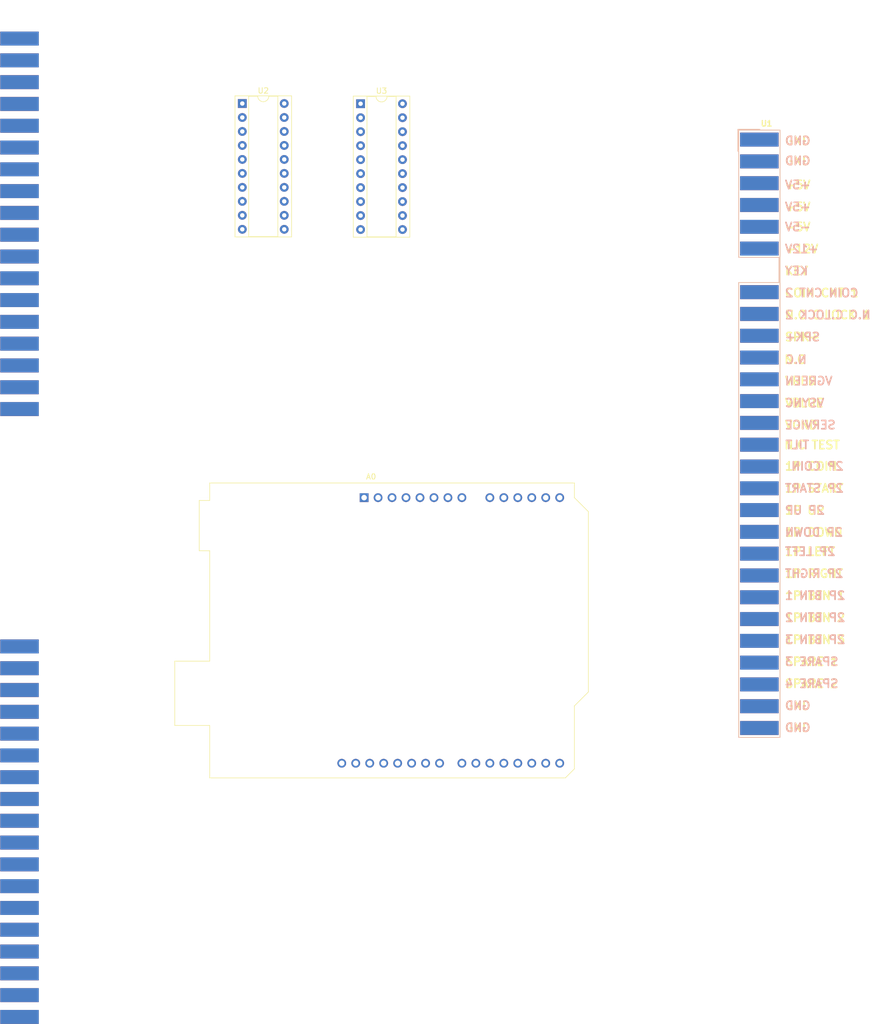
<source format=kicad_pcb>
(kicad_pcb (version 20240108) (generator "pcbnew") (generator_version "8.0")
  (title_block (title "Tehkan World Cup Joystick Adapter") (company "JOTEGO"))
  (layers (0 "F.Cu" signal) (31 "B.Cu" signal) (34 "B.Paste" user) (35 "F.Paste" user) (36 "B.SilkS" user "B.Silkscreen") (37 "F.SilkS" user "F.Silkscreen") (38 "B.Mask" user) (39 "F.Mask" user) (44 "Edge.Cuts" user))
  (net 0 "")
  (net 3 "/CLK1")
  (net 7 "/XCLK")
  (net 8 "/YDIR")
  (net 9 "/~{2PL}")
  (net 12 "/~{2PD}")
  (net 13 "/~{1PU}")
  (net 14 "/CLK2")
  (net 15 "/YCLK")
  (net 16 "/XDIR")
  (net 17 "/GND")
  (net 18 "/~{2PR}")
  (net 19 "/~{1PD}")
  (net 22 "/~{2PU}")
  (net 23 "/~{1PR}")
  (net 28 "/~{1PL}")
  (net 29 "/GREEN")
  (net 32 "/~{P2B1}")
  (net 35 "/SYNC")
  (net 46 "/P2YCLK")
  (net 47 "/P2XCLK")
  (net 49 "/BLUE")
  (net 52 "/P2XDIR")
  (net 54 "/P2YDIR")
  (net 55 "/RED")
  (net 59 "VCC")
  (net 61 "/P1YCLK")
  (net 62 "/P1XCLK")
  (net 63 "/P1YDIR")
  (net 64 "/~{1P}")
  (net 68 "/~{COIN1}")
  (net 70 "/SPK+")
  (net 71 "/+12V")
  (net 72 "/SPK-")
  (net 74 "/P1XDIR")
  (net 78 "/~{P1B1}")
  (net 79 "/~{COIN2}")
  (net 85 "/~{2P}")
  (footprint "arcade:JAMMA MALE" (layer "F.Cu") (at 257.05 125.01)
    (property "Reference" "U1" (at 1.25 -53.1 360) (layer "F.SilkS") (effects (font (thickness 0.25))))
    (property "Value" "JAMMA_MALE" (hide yes))
    (fp_line (start -3.95 -52.06) (end -3.95 -48.06) (stroke (width 0.12)) (layer "B.SilkS"))
    (fp_line (start -3.95 -52.06) (end 0.05 -52.06) (stroke (width 0.12)) (layer "B.SilkS"))
    (fp_line (start -3.82 -51.92) (end -3.81 -28.79) (stroke (width 0.12)) (layer "B.SilkS"))
    (fp_line (start -3.82 -24.21) (end -3.82 58.44) (stroke (width 0.12)) (layer "B.SilkS"))
    (fp_line (start -3.82 58.44) (end 3.7 58.44) (stroke (width 0.12)) (layer "B.SilkS"))
    (fp_line (start 3.51 -28.79) (end -3.81 -28.79) (stroke (width 0.12)) (layer "B.SilkS"))
    (fp_line (start 3.51 -28.79) (end 3.51 -24.21) (stroke (width 0.12)) (layer "B.SilkS"))
    (fp_line (start 3.51 -24.21) (end -3.82 -24.21) (stroke (width 0.12)) (layer "B.SilkS"))
    (fp_line (start 3.7 -51.92) (end -3.82 -51.92) (stroke (width 0.12)) (layer "B.SilkS"))
    (fp_line (start 3.7 58.44) (end 3.7 -51.92) (stroke (width 0.12)) (layer "B.SilkS"))
    (fp_line (start -3.95 -52.06) (end -3.95 -48.06) (stroke (width 0.12)) (layer "F.SilkS"))
    (fp_line (start -3.95 -52.06) (end 0.05 -52.06) (stroke (width 0.12)) (layer "F.SilkS"))
    (fp_line (start -3.82 -51.92) (end -3.81 -28.79) (stroke (width 0.12)) (layer "F.SilkS"))
    (fp_line (start -3.82 -24.21) (end -3.82 58.44) (stroke (width 0.12)) (layer "F.SilkS"))
    (fp_line (start -3.82 58.44) (end -3.82 -24.21) (stroke (width 0.12)) (layer "F.SilkS"))
    (fp_line (start -3.82 58.44) (end 3.7 58.44) (stroke (width 0.12)) (layer "F.SilkS"))
    (fp_line (start 3.51 -28.79) (end -3.81 -28.79) (stroke (width 0.12)) (layer "F.SilkS"))
    (fp_line (start 3.51 -28.79) (end 3.51 -24.21) (stroke (width 0.12)) (layer "F.SilkS"))
    (fp_line (start 3.51 -24.21) (end -3.82 -24.21) (stroke (width 0.12)) (layer "F.SilkS"))
    (fp_line (start 3.7 -51.92) (end -3.82 -51.92) (stroke (width 0.12)) (layer "F.SilkS"))
    (fp_line (start 3.7 58.44) (end 3.7 -51.92) (stroke (width 0.12)) (layer "F.SilkS"))
    (fp_text user "2P START" (at 9.919999 13.17 360) (layer "B.SilkS") (effects (font (size 1.5 1.5) (thickness 0.3)) (justify mirror)))
    (fp_text user "2P LEFT" (at 9.17 24.67 360) (layer "B.SilkS") (effects (font (size 1.5 1.5) (thickness 0.3)) (justify mirror)))
    (fp_text user "GND" (at 6.92 -46.33 360) (layer "B.SilkS") (effects (font (size 1.5 1.5) (thickness 0.3)) (justify mirror)))
    (fp_text user "2P RIGHT" (at 9.884286 28.67 360) (layer "B.SilkS") (effects (font (size 1.5 1.5) (thickness 0.3)) (justify mirror)))
    (fp_text user "N.C" (at 8.720001 -9.33 0) (layer "B.SilkS") (effects (font (size 1.5 1.5) (thickness 0.3) (bold yes)) (justify left bottom mirror)))
    (fp_text user "+5V" (at 6.92 -41.97 360) (layer "B.SilkS") (effects (font (size 1.5 1.5) (thickness 0.3)) (justify mirror)))
    (fp_text user "+5V" (at 6.92 -37.97 360) (layer "B.SilkS") (effects (font (size 1.5 1.5) (thickness 0.3)) (justify mirror)))
    (fp_text user "TILT" (at 9.148572 6.16 0) (layer "B.SilkS") (effects (font (size 1.5 1.5) (thickness 0.3) (bold yes)) (justify left bottom mirror)))
    (fp_text user "SPARE 3" (at 9.455714 44.67 360) (layer "B.SilkS") (effects (font (size 1.5 1.5) (thickness 0.3)) (justify mirror)))
    (fp_text user "VGREEN" (at 8.92 -6.33 360) (layer "B.SilkS") (effects (font (size 1.5 1.5) (thickness 0.3)) (justify mirror)))
    (fp_text user "GND" (at 6.92 52.67 360) (layer "B.SilkS") (effects (font (size 1.5 1.5) (thickness 0.3)) (justify mirror)))
    (fp_text user "2P DOWN" (at 9.848572 21.17 360) (layer "B.SilkS") (effects (font (size 1.5 1.5) (thickness 0.3)) (justify mirror)))
    (fp_text user "2P UP" (at 8.205714 17.17 360) (layer "B.SilkS") (effects (font (size 1.5 1.5) (thickness 0.3)) (justify mirror)))
    (fp_text user "2P COIN " (at 9.92 9.17 360) (layer "B.SilkS") (effects (font (size 1.5 1.5) (thickness 0.3)) (justify mirror)))
    (fp_text user "2P BTN 1" (at 10.062857 32.67 360) (layer "B.SilkS") (effects (font (size 1.5 1.5) (thickness 0.3)) (justify mirror)))
    (fp_text user "-5V" (at 6.92 -34.33 360) (layer "B.SilkS") (effects (font (size 1.5 1.5) (thickness 0.3)) (justify mirror)))
    (fp_text user "COIN CNT 2" (at 11.277143 -22.33 360) (layer "B.SilkS") (effects (font (size 1.5 1.5) (thickness 0.3)) (justify mirror)))
    (fp_text user "2P BTN 2" (at 10.062857 36.67 360) (layer "B.SilkS") (effects (font (size 1.5 1.5) (thickness 0.3)) (justify mirror)))
    (fp_text user "SERVICE" (at 9.205714 1.67 360) (layer "B.SilkS") (effects (font (size 1.5 1.5) (thickness 0.3)) (justify mirror)))
    (fp_text user "KEY" (at 6.705714 -26.33 360) (layer "B.SilkS") (effects (font (size 1.5 1.5) (thickness 0.3)) (justify mirror)))
    (fp_text user "SPARE 4" (at 9.455714 48.67 360) (layer "B.SilkS") (effects (font (size 1.5 1.5) (thickness 0.3)) (justify mirror)))
    (fp_text user "GND" (at 6.92 -49.97 360) (layer "B.SilkS") (effects (font (size 1.5 1.5) (thickness 0.3)) (justify mirror)))
    (fp_text user "2P BTN 3" (at 10.062857 40.67 360) (layer "B.SilkS") (effects (font (size 1.5 1.5) (thickness 0.3)) (justify mirror)))
    (fp_text user "VSYNC" (at 8.17 -2.33 360) (layer "B.SilkS") (effects (font (size 1.5 1.5) (thickness 0.3)) (justify mirror)))
    (fp_text user "SPK+" (at 7.777143 -14.33 360) (layer "B.SilkS") (effects (font (size 1.5 1.5) (thickness 0.3)) (justify mirror)))
    (fp_text user "+12V" (at 7.634285 -30.33 360) (layer "B.SilkS") (effects (font (size 1.5 1.5) (thickness 0.3)) (justify mirror)))
    (fp_text user "N.C C.LOCK 2" (at 12.384286 -18.33 360) (layer "B.SilkS") (effects (font (size 1.5 1.5) (thickness 0.3)) (justify mirror)))
    (fp_text user "GND" (at 6.92 56.67 360) (layer "B.SilkS") (effects (font (size 1.5 1.5) (thickness 0.3)) (justify mirror)))
    (fp_text user "1P LEFT" (at 9.17 24.67 360) (layer "F.SilkS") (effects (font (size 1.5 1.5) (thickness 0.3))))
    (fp_text user "N.C TEST" (at 4.334286 6.17 0) (layer "F.SilkS") (effects (font (size 1.5 1.5) (thickness 0.3) (bold yes)) (justify left bottom)))
    (fp_text user "GND" (at 6.92 56.67 360) (layer "F.SilkS") (effects (font (size 1.5 1.5) (thickness 0.3))))
    (fp_text user "-5V" (at 6.92 -34.33 360) (layer "F.SilkS") (effects (font (size 1.5 1.5) (thickness 0.3))))
    (fp_text user "VRED" (at 7.455714 -6.33 360) (layer "F.SilkS") (effects (font (size 1.5 1.5) (thickness 0.3))))
    (fp_text user "KEY" (at 6.705714 -26.33 360) (layer "F.SilkS") (effects (font (size 1.5 1.5) (thickness 0.3))))
    (fp_text user "1P DOWN" (at 9.848572 21.17 360) (layer "F.SilkS") (effects (font (size 1.5 1.5) (thickness 0.3))))
    (fp_text user "N.C" (at 4.334286 -9.33 0) (layer "F.SilkS") (effects (font (size 1.5 1.5) (thickness 0.3) (bold yes)) (justify left bottom)))
    (fp_text user "SPARE 2" (at 9.455714 48.67 360) (layer "F.SilkS") (effects (font (size 1.5 1.5) (thickness 0.3))))
    (fp_text user "+12V" (at 7.634285 -30.33 360) (layer "F.SilkS") (effects (font (size 1.5 1.5) (thickness 0.3))))
    (fp_text user "VBLUE" (at 8.098572 -2.33 360) (layer "F.SilkS") (effects (font (size 1.5 1.5) (thickness 0.3))))
    (fp_text user "COIN CNT 1" (at 11.277143 -22.33 360) (layer "F.SilkS") (effects (font (size 1.5 1.5) (thickness 0.3))))
    (fp_text user "VGND" (at 7.562857 1.67 360) (layer "F.SilkS") (effects (font (size 1.5 1.5) (thickness 0.3))))
    (fp_text user "+5V" (at 6.92 -41.97 360) (layer "F.SilkS") (effects (font (size 1.5 1.5) (thickness 0.3))))
    (fp_text user "1P BTN 2" (at 10.062857 36.67 360) (layer "F.SilkS") (effects (font (size 1.5 1.5) (thickness 0.3))))
    (fp_text user "N.C C.LOCK 1" (at 12.384286 -18.33 360) (layer "F.SilkS") (effects (font (size 1.5 1.5) (thickness 0.3))))
    (fp_text user "SPARE 1" (at 9.455714 44.67 360) (layer "F.SilkS") (effects (font (size 1.5 1.5) (thickness 0.3))))
    (fp_text user "GND" (at 6.92 52.67 360) (layer "F.SilkS") (effects (font (size 1.5 1.5) (thickness 0.3))))
    (fp_text user "1P COIN " (at 9.92 9.17 360) (layer "F.SilkS") (effects (font (size 1.5 1.5) (thickness 0.3))))
    (fp_text user "GND" (at 6.92 -46.33 360) (layer "F.SilkS") (effects (font (size 1.5 1.5) (thickness 0.3))))
    (fp_text user "SPK+" (at 7.777143 -14.33 360) (layer "F.SilkS") (effects (font (size 1.5 1.5) (thickness 0.3))))
    (fp_text user "+5V" (at 6.92 -37.97 360) (layer "F.SilkS") (effects (font (size 1.5 1.5) (thickness 0.3))))
    (fp_text user "1P UP" (at 8.205714 17.17 360) (layer "F.SilkS") (effects (font (size 1.5 1.5) (thickness 0.3))))
    (fp_text user "1P BTN 1" (at 10.062857 32.67 360) (layer "F.SilkS") (effects (font (size 1.5 1.5) (thickness 0.3))))
    (fp_text user "GND" (at 6.92 -49.97 360) (layer "F.SilkS") (effects (font (size 1.5 1.5) (thickness 0.3) (bold yes))))
    (fp_text user "1P RIGHT" (at 9.884286 28.67 360) (layer "F.SilkS") (effects (font (size 1.5 1.5) (thickness 0.3))))
    (fp_text user "1P START" (at 9.919999 13.17 360) (layer "F.SilkS") (effects (font (size 1.5 1.5) (thickness 0.3))))
    (fp_text user "1P BTN 3" (at 10.062857 40.67 360) (layer "F.SilkS") (effects (font (size 1.5 1.5) (thickness 0.3))))
    (pad "1" connect rect (at -0.05 -50.19 90) (size 2.54 7) (layers "F.Cu" "F.Mask") (net 17 "/GND"))
    (pad "2" connect rect (at -0.05 -46.23 90) (size 2.54 7) (layers "F.Cu" "F.Mask") (net 17 "/GND"))
    (pad "3" connect rect (at -0.05 -42.27 90) (size 2.54 7) (layers "F.Cu" "F.Mask") (net 59 "VCC"))
    (pad "4" connect rect (at -0.05 -38.31 90) (size 2.54 7) (layers "F.Cu" "F.Mask") (net 59 "VCC"))
    (pad "5" connect rect (at -0.05 -34.35 90) (size 2.54 7) (layers "F.Cu" "F.Mask"))
    (pad "6" connect rect (at -0.05 -30.39 90) (size 2.54 7) (layers "F.Cu" "F.Mask") (net 71 "/+12V"))
    (pad "8" connect rect (at -0.05 -22.47 90) (size 2.54 7) (layers "F.Cu" "F.Mask"))
    (pad "9" connect rect (at -0.05 -18.51 90) (size 2.54 7) (layers "F.Cu" "F.Mask"))
    (pad "10" connect rect (at -0.05 -14.55 90) (size 2.54 7) (layers "F.Cu" "F.Mask") (net 70 "/SPK+"))
    (pad "11" connect rect (at -0.05 -10.59 90) (size 2.54 7) (layers "F.Cu" "F.Mask"))
    (pad "12" connect rect (at -0.05 -6.63 90) (size 2.54 7) (layers "F.Cu" "F.Mask") (net 55 "/RED"))
    (pad "13" connect rect (at -0.05 -2.67 90) (size 2.54 7) (layers "F.Cu" "F.Mask") (net 49 "/BLUE"))
    (pad "14" connect rect (at -0.05 1.29 90) (size 2.54 7) (layers "F.Cu" "F.Mask") (net 17 "/GND"))
    (pad "15" connect rect (at -0.05 5.25 90) (size 2.54 7) (layers "F.Cu" "F.Mask"))
    (pad "16" connect rect (at -0.05 9.21 90) (size 2.54 7) (layers "F.Cu" "F.Mask") (net 68 "/~{COIN1}"))
    (pad "17" connect rect (at -0.05 13.17 90) (size 2.54 7) (layers "F.Cu" "F.Mask") (net 64 "/~{1P}"))
    (pad "18" connect rect (at -0.05 17.13 90) (size 2.54 7) (layers "F.Cu" "F.Mask") (net 13 "/~{1PU}"))
    (pad "19" connect rect (at -0.05 21.09 90) (size 2.54 7) (layers "F.Cu" "F.Mask") (net 19 "/~{1PD}"))
    (pad "20" connect rect (at -0.05 25.05 90) (size 2.54 7) (layers "F.Cu" "F.Mask") (net 28 "/~{1PL}"))
    (pad "21" connect rect (at -0.05 29.01 90) (size 2.54 7) (layers "F.Cu" "F.Mask") (net 23 "/~{1PR}"))
    (pad "22" connect rect (at -0.05 32.97 90) (size 2.54 7) (layers "F.Cu" "F.Mask") (net 78 "/~{P1B1}"))
    (pad "23" connect rect (at -0.05 36.93 90) (size 2.54 7) (layers "F.Cu" "F.Mask"))
    (pad "24" connect rect (at -0.05 40.89 90) (size 2.54 7) (layers "F.Cu" "F.Mask"))
    (pad "25" connect rect (at -0.05 44.85 90) (size 2.54 7) (layers "F.Cu" "F.Mask"))
    (pad "26" connect rect (at -0.05 48.81 90) (size 2.54 7) (layers "F.Cu" "F.Mask"))
    (pad "27" connect rect (at -0.05 52.77 90) (size 2.54 7) (layers "F.Cu" "F.Mask") (net 17 "/GND"))
    (pad "28" connect rect (at -0.05 56.73 90) (size 2.54 7) (layers "F.Cu" "F.Mask") (net 17 "/GND"))
    (pad "A" connect rect (at -0.06 -50.19 90) (size 2.54 7) (layers "B.Cu" "B.Mask") (net 17 "/GND"))
    (pad "B" connect rect (at -0.06 -46.23 90) (size 2.54 7) (layers "B.Cu" "B.Mask") (net 17 "/GND"))
    (pad "C" connect rect (at -0.06 -42.27 90) (size 2.54 7) (layers "B.Cu" "B.Mask") (net 59 "VCC"))
    (pad "D" connect rect (at -0.06 -38.31 90) (size 2.54 7) (layers "B.Cu" "B.Mask") (net 59 "VCC"))
    (pad "E" connect rect (at -0.06 -34.35 90) (size 2.54 7) (layers "B.Cu" "B.Mask"))
    (pad "F" connect rect (at -0.06 -30.39 90) (size 2.54 7) (layers "B.Cu" "B.Mask") (net 71 "/+12V"))
    (pad "J" connect rect (at -0.05 -22.47 90) (size 2.54 7) (layers "B.Cu" "B.Mask"))
    (pad "K" connect rect (at -0.05 -18.51 90) (size 2.54 7) (layers "B.Cu" "B.Mask"))
    (pad "L" connect rect (at -0.05 -14.55 90) (size 2.54 7) (layers "B.Cu" "B.Mask") (net 72 "/SPK-"))
    (pad "M" connect rect (at -0.05 -10.59 90) (size 2.54 7) (layers "B.Cu" "B.Mask"))
    (pad "N" connect rect (at -0.05 -6.63 90) (size 2.54 7) (layers "B.Cu" "B.Mask") (net 29 "/GREEN"))
    (pad "P" connect rect (at -0.05 -2.67 90) (size 2.54 7) (layers "B.Cu" "B.Mask") (net 35 "/SYNC"))
    (pad "R" connect rect (at -0.05 1.29 90) (size 2.54 7) (layers "B.Cu" "B.Mask"))
    (pad "S" connect rect (at -0.05 5.25 90) (size 2.54 7) (layers "B.Cu" "B.Mask"))
    (pad "T" connect rect (at -0.05 9.21 90) (size 2.54 7) (layers "B.Cu" "B.Mask") (net 79 "/~{COIN2}"))
    (pad "U" connect rect (at -0.05 13.17 90) (size 2.54 7) (layers "B.Cu" "B.Mask") (net 85 "/~{2P}"))
    (pad "V" connect rect (at -0.05 17.13 90) (size 2.54 7) (layers "B.Cu" "B.Mask") (net 22 "/~{2PU}"))
    (pad "W" connect rect (at -0.05 21.09 90) (size 2.54 7) (layers "B.Cu" "B.Mask") (net 12 "/~{2PD}"))
    (pad "X" connect rect (at -0.05 25.05 90) (size 2.54 7) (layers "B.Cu" "B.Mask") (net 9 "/~{2PL}"))
    (pad "Y" connect rect (at -0.05 29.01 90) (size 2.54 7) (layers "B.Cu" "B.Mask") (net 18 "/~{2PR}"))
    (pad "Z" connect rect (at -0.05 32.97 90) (size 2.54 7) (layers "B.Cu" "B.Mask") (net 32 "/~{P2B1}"))
    (pad "a" connect rect (at -0.05 36.93 90) (size 2.54 7) (layers "B.Cu" "B.Mask"))
    (pad "b" connect rect (at -0.05 40.89 90) (size 2.54 7) (layers "B.Cu" "B.Mask"))
    (pad "c" connect rect (at -0.05 44.85 90) (size 2.54 7) (layers "B.Cu" "B.Mask"))
    (pad "d" connect rect (at -0.05 48.81 90) (size 2.54 7) (layers "B.Cu" "B.Mask"))
    (pad "e" connect rect (at -0.05 52.77 90) (size 2.54 7) (layers "B.Cu" "B.Mask") (net 17 "/GND"))
    (pad "f" connect rect (at -0.05 56.73 90) (size 2.54 7) (layers "B.Cu" "B.Mask") (net 17 "/GND"))
  )
  (footprint "arcade:thekan_wc" (layer "F.Cu") (at 122.55 189.39)
    (property "Reference" "J2" (hide yes))
    (property "Value" "~" (hide yes))
    (pad "1" connect rect (at -0.05 44.85 90) (size 2.54 7) (layers "B.Cu" "B.Mask") (net 17 "/GND"))
    (pad "2" connect rect (at -0.05 40.89 90) (size 2.54 7) (layers "B.Cu" "B.Mask") (net 17 "/GND"))
    (pad "3" connect rect (at -0.05 36.93 90) (size 2.54 7) (layers "B.Cu" "B.Mask") (net 59 "VCC"))
    (pad "4" connect rect (at -0.05 32.97 90) (size 2.54 7) (layers "B.Cu" "B.Mask") (net 59 "VCC"))
    (pad "5" connect rect (at -0.05 29.01 90) (size 2.54 7) (layers "B.Cu" "B.Mask") (net 71 "/+12V"))
    (pad "6" connect rect (at -0.05 25.05 90) (size 2.54 7) (layers "B.Cu" "B.Mask") (net 70 "/SPK+"))
    (pad "7" connect rect (at -0.05 21.09 90) (size 2.54 7) (layers "B.Cu" "B.Mask") (net 62 "/P1XCLK"))
    (pad "8" connect rect (at -0.05 17.13 90) (size 2.54 7) (layers "B.Cu" "B.Mask") (net 61 "/P1YCLK"))
    (pad "9" connect rect (at -0.05 13.17 90) (size 2.54 7) (layers "B.Cu" "B.Mask"))
    (pad "10" connect rect (at -0.05 9.21 90) (size 2.54 7) (layers "B.Cu" "B.Mask"))
    (pad "11" connect rect (at -0.05 5.25 90) (size 2.54 7) (layers "B.Cu" "B.Mask"))
    (pad "12" connect rect (at -0.05 1.29 90) (size 2.54 7) (layers "B.Cu" "B.Mask"))
    (pad "13" connect rect (at -0.05 -2.67 90) (size 2.54 7) (layers "B.Cu" "B.Mask") (net 59 "VCC"))
    (pad "14" connect rect (at -0.05 -6.63 90) (size 2.54 7) (layers "B.Cu" "B.Mask") (net 64 "/~{1P}"))
    (pad "15" connect rect (at -0.05 -10.59 90) (size 2.54 7) (layers "B.Cu" "B.Mask") (net 68 "/~{COIN1}"))
    (pad "16" connect rect (at -0.05 -14.55 90) (size 2.54 7) (layers "B.Cu" "B.Mask"))
    (pad "17" connect rect (at -0.05 -18.51 90) (size 2.54 7) (layers "B.Cu" "B.Mask"))
    (pad "18" connect rect (at -0.05 -22.47 90) (size 2.54 7) (layers "B.Cu" "B.Mask"))
    (pad "A1" connect rect (at -0.05 44.85 90) (size 2.54 7) (layers "F.Cu" "F.Mask") (net 17 "/GND"))
    (pad "A2" connect rect (at -0.05 40.89 90) (size 2.54 7) (layers "F.Cu" "F.Mask") (net 17 "/GND"))
    (pad "A3" connect rect (at -0.05 36.93 90) (size 2.54 7) (layers "F.Cu" "F.Mask") (net 59 "VCC"))
    (pad "A4" connect rect (at -0.05 32.97 90) (size 2.54 7) (layers "F.Cu" "F.Mask") (net 59 "VCC"))
    (pad "A5" connect rect (at -0.05 29.01 90) (size 2.54 7) (layers "F.Cu" "F.Mask") (net 71 "/+12V"))
    (pad "A6" connect rect (at -0.05 25.05 90) (size 2.54 7) (layers "F.Cu" "F.Mask") (net 72 "/SPK-"))
    (pad "A7" connect rect (at -0.05 21.09 90) (size 2.54 7) (layers "F.Cu" "F.Mask") (net 74 "/P1XDIR"))
    (pad "A8" connect rect (at -0.05 17.13 90) (size 2.54 7) (layers "F.Cu" "F.Mask") (net 63 "/P1YDIR"))
    (pad "A9" connect rect (at -0.05 13.17 90) (size 2.54 7) (layers "F.Cu" "F.Mask"))
    (pad "A10" connect rect (at -0.05 9.21 90) (size 2.54 7) (layers "F.Cu" "F.Mask"))
    (pad "A11" connect rect (at -0.05 5.25 90) (size 2.54 7) (layers "F.Cu" "F.Mask"))
    (pad "A12" connect rect (at -0.05 1.29 90) (size 2.54 7) (layers "F.Cu" "F.Mask"))
    (pad "A13" connect rect (at -0.05 -2.67 90) (size 2.54 7) (layers "F.Cu" "F.Mask") (net 85 "/~{2P}"))
    (pad "A14" connect rect (at -0.05 -6.63 90) (size 2.54 7) (layers "F.Cu" "F.Mask") (net 79 "/~{COIN2}"))
    (pad "A15" connect rect (at -0.05 -10.59 90) (size 2.54 7) (layers "F.Cu" "F.Mask") (net 78 "/~{P1B1}"))
    (pad "A16" connect rect (at -0.05 -14.55 90) (size 2.54 7) (layers "F.Cu" "F.Mask"))
    (pad "A17" connect rect (at -0.05 -18.51 90) (size 2.54 7) (layers "F.Cu" "F.Mask"))
    (pad "A18" connect rect (at -0.05 -22.47 90) (size 2.54 7) (layers "F.Cu" "F.Mask"))
  )
  (footprint "Package_DIP:DIP-20_W7.62mm_Socket" (layer "F.Cu") (at 163 68.26)
    (property "Reference" "U2" (at 3.81 -2.33 360) (layer "F.SilkS"))
    (property "Value" "74LS273")
    (fp_line (start -1.33 -1.39) (end -1.33 24.25) (stroke (width 0.12)) (layer "F.SilkS"))
    (fp_line (start -1.33 24.25) (end 8.95 24.25) (stroke (width 0.12)) (layer "F.SilkS"))
    (fp_line (start 1.16 -1.33) (end 1.16 24.19) (stroke (width 0.12)) (layer "F.SilkS"))
    (fp_line (start 1.16 24.19) (end 6.46 24.19) (stroke (width 0.12)) (layer "F.SilkS"))
    (fp_line (start 2.81 -1.33) (end 1.16 -1.33) (stroke (width 0.12)) (layer "F.SilkS"))
    (fp_line (start 6.46 -1.33) (end 4.81 -1.33) (stroke (width 0.12)) (layer "F.SilkS"))
    (fp_line (start 6.46 24.19) (end 6.46 -1.33) (stroke (width 0.12)) (layer "F.SilkS"))
    (fp_line (start 8.95 -1.39) (end -1.33 -1.39) (stroke (width 0.12)) (layer "F.SilkS"))
    (fp_line (start 8.95 24.25) (end 8.95 -1.39) (stroke (width 0.12)) (layer "F.SilkS"))
    (fp_arc (start 4.81 -1.33) (mid 3.81 -0.33) (end 2.81 -1.33) (stroke (width 0.12)) (layer "F.SilkS"))
    (pad "1" thru_hole rect (at 0 0) (size 1.6 1.6) (drill 0.8) (layers "*.Cu" "*.Mask") (net 59 "VCC"))
    (pad "2" thru_hole oval (at 0 2.54) (size 1.6 1.6) (drill 0.8) (layers "*.Cu" "*.Mask") (net 63 "/P1YDIR"))
    (pad "3" thru_hole oval (at 0 5.08) (size 1.6 1.6) (drill 0.8) (layers "*.Cu" "*.Mask") (net 16 "/XDIR"))
    (pad "4" thru_hole oval (at 0 7.62) (size 1.6 1.6) (drill 0.8) (layers "*.Cu" "*.Mask") (net 8 "/YDIR"))
    (pad "5" thru_hole oval (at 0 10.16) (size 1.6 1.6) (drill 0.8) (layers "*.Cu" "*.Mask") (net 74 "/P1XDIR"))
    (pad "6" thru_hole oval (at 0 12.7) (size 1.6 1.6) (drill 0.8) (layers "*.Cu" "*.Mask") (net 61 "/P1YCLK"))
    (pad "7" thru_hole oval (at 0 15.24) (size 1.6 1.6) (drill 0.8) (layers "*.Cu" "*.Mask") (net 7 "/XCLK"))
    (pad "8" thru_hole oval (at 0 17.78) (size 1.6 1.6) (drill 0.8) (layers "*.Cu" "*.Mask") (net 15 "/YCLK"))
    (pad "9" thru_hole oval (at 0 20.32) (size 1.6 1.6) (drill 0.8) (layers "*.Cu" "*.Mask") (net 62 "/P1XCLK"))
    (pad "10" thru_hole oval (at 0 22.86) (size 1.6 1.6) (drill 0.8) (layers "*.Cu" "*.Mask") (net 17 "/GND"))
    (pad "11" thru_hole oval (at 7.62 22.86) (size 1.6 1.6) (drill 0.8) (layers "*.Cu" "*.Mask") (net 3 "/CLK1"))
    (pad "12" thru_hole oval (at 7.62 20.32) (size 1.6 1.6) (drill 0.8) (layers "*.Cu" "*.Mask"))
    (pad "13" thru_hole oval (at 7.62 17.78) (size 1.6 1.6) (drill 0.8) (layers "*.Cu" "*.Mask") (net 17 "/GND"))
    (pad "14" thru_hole oval (at 7.62 15.24) (size 1.6 1.6) (drill 0.8) (layers "*.Cu" "*.Mask") (net 17 "/GND"))
    (pad "15" thru_hole oval (at 7.62 12.7) (size 1.6 1.6) (drill 0.8) (layers "*.Cu" "*.Mask"))
    (pad "16" thru_hole oval (at 7.62 10.16) (size 1.6 1.6) (drill 0.8) (layers "*.Cu" "*.Mask"))
    (pad "17" thru_hole oval (at 7.62 7.62) (size 1.6 1.6) (drill 0.8) (layers "*.Cu" "*.Mask") (net 17 "/GND"))
    (pad "18" thru_hole oval (at 7.62 5.08) (size 1.6 1.6) (drill 0.8) (layers "*.Cu" "*.Mask") (net 17 "/GND"))
    (pad "19" thru_hole oval (at 7.62 2.54) (size 1.6 1.6) (drill 0.8) (layers "*.Cu" "*.Mask"))
    (pad "20" thru_hole oval (at 7.62 0) (size 1.6 1.6) (drill 0.8) (layers "*.Cu" "*.Mask") (net 59 "VCC"))
  )
  (footprint "Module:Arduino_UNO_R2" (layer "F.Cu") (at 185.14 139.88)
    (property "Reference" "A0" (at 1.27 -3.81 360) (layer "F.SilkS"))
    (property "Value" "Arduino_UNO_R2")
    (fp_line (start -34.42 29.72) (end -34.42 41.4) (stroke (width 0.12)) (layer "F.SilkS"))
    (fp_line (start -34.42 41.4) (end -28.07 41.4) (stroke (width 0.12)) (layer "F.SilkS"))
    (fp_line (start -29.97 0.51) (end -29.97 9.65) (stroke (width 0.12)) (layer "F.SilkS"))
    (fp_line (start -29.97 9.65) (end -28.07 9.65) (stroke (width 0.12)) (layer "F.SilkS"))
    (fp_line (start -28.07 -2.67) (end -28.07 0.51) (stroke (width 0.12)) (layer "F.SilkS"))
    (fp_line (start -28.07 0.51) (end -29.97 0.51) (stroke (width 0.12)) (layer "F.SilkS"))
    (fp_line (start -28.07 9.65) (end -28.07 29.72) (stroke (width 0.12)) (layer "F.SilkS"))
    (fp_line (start -28.07 29.72) (end -34.42 29.72) (stroke (width 0.12)) (layer "F.SilkS"))
    (fp_line (start -28.07 41.4) (end -28.07 50.93) (stroke (width 0.12)) (layer "F.SilkS"))
    (fp_line (start -28.07 50.93) (end 36.58 50.93) (stroke (width 0.12)) (layer "F.SilkS"))
    (fp_line (start 36.58 50.93) (end 38.23 49.28) (stroke (width 0.12)) (layer "F.SilkS"))
    (fp_line (start 38.23 -2.67) (end -28.07 -2.67) (stroke (width 0.12)) (layer "F.SilkS"))
    (fp_line (start 38.23 0) (end 38.23 -2.67) (stroke (width 0.12)) (layer "F.SilkS"))
    (fp_line (start 38.23 37.85) (end 40.77 35.31) (stroke (width 0.12)) (layer "F.SilkS"))
    (fp_line (start 38.23 49.28) (end 38.23 37.85) (stroke (width 0.12)) (layer "F.SilkS"))
    (fp_line (start 40.77 2.54) (end 38.23 0) (stroke (width 0.12)) (layer "F.SilkS"))
    (fp_line (start 40.77 35.31) (end 40.77 2.54) (stroke (width 0.12)) (layer "F.SilkS"))
    (pad "1" thru_hole rect (at 0 0 90) (size 1.6 1.6) (drill 1) (layers "*.Cu" "*.Mask"))
    (pad "2" thru_hole oval (at 2.54 0 90) (size 1.6 1.6) (drill 1) (layers "*.Cu" "*.Mask"))
    (pad "3" thru_hole oval (at 5.08 0 90) (size 1.6 1.6) (drill 1) (layers "*.Cu" "*.Mask"))
    (pad "4" thru_hole oval (at 7.62 0 90) (size 1.6 1.6) (drill 1) (layers "*.Cu" "*.Mask"))
    (pad "5" thru_hole oval (at 10.16 0 90) (size 1.6 1.6) (drill 1) (layers "*.Cu" "*.Mask"))
    (pad "6" thru_hole oval (at 12.7 0 90) (size 1.6 1.6) (drill 1) (layers "*.Cu" "*.Mask") (net 17 "/GND"))
    (pad "7" thru_hole oval (at 15.24 0 90) (size 1.6 1.6) (drill 1) (layers "*.Cu" "*.Mask") (net 17 "/GND"))
    (pad "8" thru_hole oval (at 17.78 0 90) (size 1.6 1.6) (drill 1) (layers "*.Cu" "*.Mask"))
    (pad "9" thru_hole oval (at 22.86 0 90) (size 1.6 1.6) (drill 1) (layers "*.Cu" "*.Mask"))
    (pad "10" thru_hole oval (at 25.4 0 90) (size 1.6 1.6) (drill 1) (layers "*.Cu" "*.Mask"))
    (pad "11" thru_hole oval (at 27.94 0 90) (size 1.6 1.6) (drill 1) (layers "*.Cu" "*.Mask"))
    (pad "12" thru_hole oval (at 30.48 0 90) (size 1.6 1.6) (drill 1) (layers "*.Cu" "*.Mask"))
    (pad "13" thru_hole oval (at 33.02 0 90) (size 1.6 1.6) (drill 1) (layers "*.Cu" "*.Mask"))
    (pad "14" thru_hole oval (at 35.56 0 90) (size 1.6 1.6) (drill 1) (layers "*.Cu" "*.Mask"))
    (pad "15" thru_hole oval (at 35.56 48.26 90) (size 1.6 1.6) (drill 1) (layers "*.Cu" "*.Mask") (net 13 "/~{1PU}"))
    (pad "16" thru_hole oval (at 33.02 48.26 90) (size 1.6 1.6) (drill 1) (layers "*.Cu" "*.Mask") (net 19 "/~{1PD}"))
    (pad "17" thru_hole oval (at 30.48 48.26 90) (size 1.6 1.6) (drill 1) (layers "*.Cu" "*.Mask") (net 28 "/~{1PL}"))
    (pad "18" thru_hole oval (at 27.94 48.26 90) (size 1.6 1.6) (drill 1) (layers "*.Cu" "*.Mask") (net 23 "/~{1PR}"))
    (pad "19" thru_hole oval (at 25.4 48.26 90) (size 1.6 1.6) (drill 1) (layers "*.Cu" "*.Mask") (net 22 "/~{2PU}"))
    (pad "20" thru_hole oval (at 22.86 48.26 90) (size 1.6 1.6) (drill 1) (layers "*.Cu" "*.Mask") (net 3 "/CLK1"))
    (pad "21" thru_hole oval (at 20.32 48.26 90) (size 1.6 1.6) (drill 1) (layers "*.Cu" "*.Mask") (net 14 "/CLK2"))
    (pad "22" thru_hole oval (at 17.78 48.26 90) (size 1.6 1.6) (drill 1) (layers "*.Cu" "*.Mask") (net 12 "/~{2PD}"))
    (pad "23" thru_hole oval (at 13.72 48.26 90) (size 1.6 1.6) (drill 1) (layers "*.Cu" "*.Mask") (net 9 "/~{2PL}"))
    (pad "24" thru_hole oval (at 11.18 48.26 90) (size 1.6 1.6) (drill 1) (layers "*.Cu" "*.Mask") (net 18 "/~{2PR}"))
    (pad "25" thru_hole oval (at 8.64 48.26 90) (size 1.6 1.6) (drill 1) (layers "*.Cu" "*.Mask") (net 7 "/XCLK"))
    (pad "26" thru_hole oval (at 6.1 48.26 90) (size 1.6 1.6) (drill 1) (layers "*.Cu" "*.Mask") (net 15 "/YCLK"))
    (pad "27" thru_hole oval (at 3.56 48.26 90) (size 1.6 1.6) (drill 1) (layers "*.Cu" "*.Mask") (net 16 "/XDIR"))
    (pad "28" thru_hole oval (at 1.02 48.26 90) (size 1.6 1.6) (drill 1) (layers "*.Cu" "*.Mask") (net 8 "/YDIR"))
    (pad "29" thru_hole oval (at -1.52 48.26 90) (size 1.6 1.6) (drill 1) (layers "*.Cu" "*.Mask") (net 17 "/GND"))
    (pad "30" thru_hole oval (at -4.06 48.26 90) (size 1.6 1.6) (drill 1) (layers "*.Cu" "*.Mask"))
  )
  (footprint "arcade:thekan_wc" (layer "F.Cu") (at 122.55 78.93)
    (property "Reference" "J1" (hide yes))
    (property "Value" "~" (hide yes))
    (pad "1" connect rect (at -0.05 44.85 90) (size 2.54 7) (layers "B.Cu" "B.Mask") (net 49 "/BLUE"))
    (pad "2" connect rect (at -0.05 40.89 90) (size 2.54 7) (layers "B.Cu" "B.Mask") (net 29 "/GREEN"))
    (pad "3" connect rect (at -0.05 36.93 90) (size 2.54 7) (layers "B.Cu" "B.Mask") (net 55 "/RED"))
    (pad "4" connect rect (at -0.05 32.97 90) (size 2.54 7) (layers "B.Cu" "B.Mask") (net 17 "/GND"))
    (pad "5" connect rect (at -0.05 29.01 90) (size 2.54 7) (layers "B.Cu" "B.Mask") (net 35 "/SYNC"))
    (pad "6" connect rect (at -0.05 25.05 90) (size 2.54 7) (layers "B.Cu" "B.Mask"))
    (pad "7" connect rect (at -0.05 21.09 90) (size 2.54 7) (layers "B.Cu" "B.Mask") (net 47 "/P2XCLK"))
    (pad "8" connect rect (at -0.05 17.13 90) (size 2.54 7) (layers "B.Cu" "B.Mask") (net 46 "/P2YCLK"))
    (pad "9" connect rect (at -0.05 13.17 90) (size 2.54 7) (layers "B.Cu" "B.Mask"))
    (pad "10" connect rect (at -0.05 9.21 90) (size 2.54 7) (layers "B.Cu" "B.Mask"))
    (pad "11" connect rect (at -0.05 5.25 90) (size 2.54 7) (layers "B.Cu" "B.Mask"))
    (pad "12" connect rect (at -0.05 1.29 90) (size 2.54 7) (layers "B.Cu" "B.Mask"))
    (pad "13" connect rect (at -0.05 -2.67 90) (size 2.54 7) (layers "B.Cu" "B.Mask") (net 59 "VCC"))
    (pad "14" connect rect (at -0.05 -6.63 90) (size 2.54 7) (layers "B.Cu" "B.Mask"))
    (pad "15" connect rect (at -0.05 -10.59 90) (size 2.54 7) (layers "B.Cu" "B.Mask"))
    (pad "16" connect rect (at -0.05 -14.55 90) (size 2.54 7) (layers "B.Cu" "B.Mask"))
    (pad "17" connect rect (at -0.05 -18.51 90) (size 2.54 7) (layers "B.Cu" "B.Mask") (net 17 "/GND"))
    (pad "18" connect rect (at -0.05 -22.47 90) (size 2.54 7) (layers "B.Cu" "B.Mask") (net 17 "/GND"))
    (pad "A1" connect rect (at -0.05 44.85 90) (size 2.54 7) (layers "F.Cu" "F.Mask"))
    (pad "A2" connect rect (at -0.05 40.89 90) (size 2.54 7) (layers "F.Cu" "F.Mask"))
    (pad "A3" connect rect (at -0.05 36.93 90) (size 2.54 7) (layers "F.Cu" "F.Mask"))
    (pad "A4" connect rect (at -0.05 32.97 90) (size 2.54 7) (layers "F.Cu" "F.Mask"))
    (pad "A5" connect rect (at -0.05 29.01 90) (size 2.54 7) (layers "F.Cu" "F.Mask"))
    (pad "A6" connect rect (at -0.05 25.05 90) (size 2.54 7) (layers "F.Cu" "F.Mask"))
    (pad "A7" connect rect (at -0.05 21.09 90) (size 2.54 7) (layers "F.Cu" "F.Mask") (net 52 "/P2XDIR"))
    (pad "A8" connect rect (at -0.05 17.13 90) (size 2.54 7) (layers "F.Cu" "F.Mask") (net 54 "/P2YDIR"))
    (pad "A9" connect rect (at -0.05 13.17 90) (size 2.54 7) (layers "F.Cu" "F.Mask"))
    (pad "A10" connect rect (at -0.05 9.21 90) (size 2.54 7) (layers "F.Cu" "F.Mask"))
    (pad "A11" connect rect (at -0.05 5.25 90) (size 2.54 7) (layers "F.Cu" "F.Mask"))
    (pad "A12" connect rect (at -0.05 1.29 90) (size 2.54 7) (layers "F.Cu" "F.Mask"))
    (pad "A13" connect rect (at -0.05 -2.67 90) (size 2.54 7) (layers "F.Cu" "F.Mask") (net 32 "/~{P2B1}"))
    (pad "A14" connect rect (at -0.05 -6.63 90) (size 2.54 7) (layers "F.Cu" "F.Mask"))
    (pad "A15" connect rect (at -0.05 -10.59 90) (size 2.54 7) (layers "F.Cu" "F.Mask"))
    (pad "A16" connect rect (at -0.05 -14.55 90) (size 2.54 7) (layers "F.Cu" "F.Mask"))
    (pad "A17" connect rect (at -0.05 -18.51 90) (size 2.54 7) (layers "F.Cu" "F.Mask") (net 17 "/GND"))
    (pad "A18" connect rect (at -0.05 -22.47 90) (size 2.54 7) (layers "F.Cu" "F.Mask") (net 17 "/GND"))
  )
  (footprint "Package_DIP:DIP-20_W7.62mm_Socket" (layer "F.Cu") (at 184.5 68.3)
    (property "Reference" "U3" (at 3.81 -2.33 360) (layer "F.SilkS"))
    (property "Value" "74LS273")
    (fp_line (start -1.33 -1.39) (end -1.33 24.25) (stroke (width 0.12)) (layer "F.SilkS"))
    (fp_line (start -1.33 24.25) (end 8.95 24.25) (stroke (width 0.12)) (layer "F.SilkS"))
    (fp_line (start 1.16 -1.33) (end 1.16 24.19) (stroke (width 0.12)) (layer "F.SilkS"))
    (fp_line (start 1.16 24.19) (end 6.46 24.19) (stroke (width 0.12)) (layer "F.SilkS"))
    (fp_line (start 2.81 -1.33) (end 1.16 -1.33) (stroke (width 0.12)) (layer "F.SilkS"))
    (fp_line (start 6.46 -1.33) (end 4.81 -1.33) (stroke (width 0.12)) (layer "F.SilkS"))
    (fp_line (start 6.46 24.19) (end 6.46 -1.33) (stroke (width 0.12)) (layer "F.SilkS"))
    (fp_line (start 8.95 -1.39) (end -1.33 -1.39) (stroke (width 0.12)) (layer "F.SilkS"))
    (fp_line (start 8.95 24.25) (end 8.95 -1.39) (stroke (width 0.12)) (layer "F.SilkS"))
    (fp_arc (start 4.81 -1.33) (mid 3.81 -0.33) (end 2.81 -1.33) (stroke (width 0.12)) (layer "F.SilkS"))
    (pad "1" thru_hole rect (at 0 0) (size 1.6 1.6) (drill 0.8) (layers "*.Cu" "*.Mask") (net 59 "VCC"))
    (pad "2" thru_hole oval (at 0 2.54) (size 1.6 1.6) (drill 0.8) (layers "*.Cu" "*.Mask") (net 54 "/P2YDIR"))
    (pad "3" thru_hole oval (at 0 5.08) (size 1.6 1.6) (drill 0.8) (layers "*.Cu" "*.Mask") (net 16 "/XDIR"))
    (pad "4" thru_hole oval (at 0 7.62) (size 1.6 1.6) (drill 0.8) (layers "*.Cu" "*.Mask") (net 8 "/YDIR"))
    (pad "5" thru_hole oval (at 0 10.16) (size 1.6 1.6) (drill 0.8) (layers "*.Cu" "*.Mask") (net 52 "/P2XDIR"))
    (pad "6" thru_hole oval (at 0 12.7) (size 1.6 1.6) (drill 0.8) (layers "*.Cu" "*.Mask") (net 46 "/P2YCLK"))
    (pad "7" thru_hole oval (at 0 15.24) (size 1.6 1.6) (drill 0.8) (layers "*.Cu" "*.Mask") (net 7 "/XCLK"))
    (pad "8" thru_hole oval (at 0 17.78) (size 1.6 1.6) (drill 0.8) (layers "*.Cu" "*.Mask") (net 15 "/YCLK"))
    (pad "9" thru_hole oval (at 0 20.32) (size 1.6 1.6) (drill 0.8) (layers "*.Cu" "*.Mask") (net 47 "/P2XCLK"))
    (pad "10" thru_hole oval (at 0 22.86) (size 1.6 1.6) (drill 0.8) (layers "*.Cu" "*.Mask") (net 17 "/GND"))
    (pad "11" thru_hole oval (at 7.62 22.86) (size 1.6 1.6) (drill 0.8) (layers "*.Cu" "*.Mask") (net 14 "/CLK2"))
    (pad "12" thru_hole oval (at 7.62 20.32) (size 1.6 1.6) (drill 0.8) (layers "*.Cu" "*.Mask"))
    (pad "13" thru_hole oval (at 7.62 17.78) (size 1.6 1.6) (drill 0.8) (layers "*.Cu" "*.Mask") (net 17 "/GND"))
    (pad "14" thru_hole oval (at 7.62 15.24) (size 1.6 1.6) (drill 0.8) (layers "*.Cu" "*.Mask") (net 17 "/GND"))
    (pad "15" thru_hole oval (at 7.62 12.7) (size 1.6 1.6) (drill 0.8) (layers "*.Cu" "*.Mask"))
    (pad "16" thru_hole oval (at 7.62 10.16) (size 1.6 1.6) (drill 0.8) (layers "*.Cu" "*.Mask"))
    (pad "17" thru_hole oval (at 7.62 7.62) (size 1.6 1.6) (drill 0.8) (layers "*.Cu" "*.Mask") (net 17 "/GND"))
    (pad "18" thru_hole oval (at 7.62 5.08) (size 1.6 1.6) (drill 0.8) (layers "*.Cu" "*.Mask") (net 17 "/GND"))
    (pad "19" thru_hole oval (at 7.62 2.54) (size 1.6 1.6) (drill 0.8) (layers "*.Cu" "*.Mask"))
    (pad "20" thru_hole oval (at 7.62 0) (size 1.6 1.6) (drill 0.8) (layers "*.Cu" "*.Mask") (net 59 "VCC"))
  )
)
</source>
